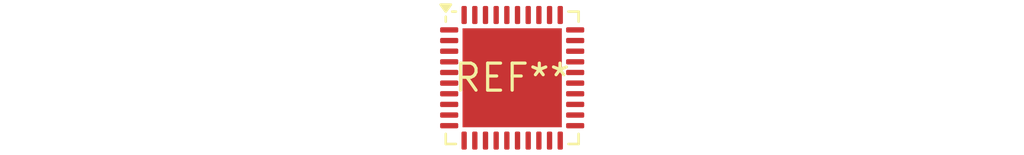
<source format=kicad_pcb>
(kicad_pcb (version 20240108) (generator pcbnew)
  (layers (0 "F.Cu" signal) (31 "B.Cu" signal) (34 "B.Paste" user) (35 "F.Paste" user) (36 "B.SilkS" user "B.Silkscreen") (37 "F.SilkS" user "F.Silkscreen") (38 "B.Mask" user) (39 "F.Mask" user) (44 "Edge.Cuts" user))
  (net 0 "")
  (footprint "LFCSP-40-1EP_6x6mm_P0.5mm_EP4.65x4.65mm" (layer "F.Cu") (at 0 0)
    (property "Reference" "REF**")
    (property "Value" "LFCSP-40-1EP_6x6mm_P0.5mm_EP4.65x4.65mm")
    (fp_line (start -3.11 -2.635) (end -3.11 -2.87) (layer "F.SilkS") (stroke (width 0.12)))
    (fp_line (start -3.11 3.11) (end -3.11 2.635) (layer "F.SilkS") (stroke (width 0.12)))
    (fp_line (start -2.635 -3.11) (end -2.81 -3.11) (layer "F.SilkS") (stroke (width 0.12)))
    (fp_line (start -2.635 3.11) (end -3.11 3.11) (layer "F.SilkS") (stroke (width 0.12)))
    (fp_line (start 2.635 -3.11) (end 3.11 -3.11) (layer "F.SilkS") (stroke (width 0.12)))
    (fp_line (start 2.635 3.11) (end 3.11 3.11) (layer "F.SilkS") (stroke (width 0.12)))
    (fp_line (start 3.11 -3.11) (end 3.11 -2.635) (layer "F.SilkS") (stroke (width 0.12)))
    (fp_line (start 3.11 3.11) (end 3.11 2.635) (layer "F.SilkS") (stroke (width 0.12)))
    (fp_poly (pts (xy -3.11 -3.11) (xy -3.35 -3.44) (xy -2.87 -3.44) (xy -3.11 -3.11)) (layer "F.SilkS") (stroke (width 0.12)) (fill solid))
    (pad "1" smd roundrect (at -2.95 -2.25) (size 0.85 0.25) (layers "F.Cu" "F.Paste" "F.Mask"))
    (pad "2" smd roundrect (at -2.95 -1.75) (size 0.85 0.25) (layers "F.Cu" "F.Paste" "F.Mask"))
    (pad "3" smd roundrect (at -2.95 -1.25) (size 0.85 0.25) (layers "F.Cu" "F.Paste" "F.Mask"))
    (pad "4" smd roundrect (at -2.95 -0.75) (size 0.85 0.25) (layers "F.Cu" "F.Paste" "F.Mask"))
    (pad "5" smd roundrect (at -2.95 -0.25) (size 0.85 0.25) (layers "F.Cu" "F.Paste" "F.Mask"))
    (pad "6" smd roundrect (at -2.95 0.25) (size 0.85 0.25) (layers "F.Cu" "F.Paste" "F.Mask"))
    (pad "7" smd roundrect (at -2.95 0.75) (size 0.85 0.25) (layers "F.Cu" "F.Paste" "F.Mask"))
    (pad "8" smd roundrect (at -2.95 1.25) (size 0.85 0.25) (layers "F.Cu" "F.Paste" "F.Mask"))
    (pad "9" smd roundrect (at -2.95 1.75) (size 0.85 0.25) (layers "F.Cu" "F.Paste" "F.Mask"))
    (pad "10" smd roundrect (at -2.95 2.25) (size 0.85 0.25) (layers "F.Cu" "F.Paste" "F.Mask"))
    (pad "11" smd roundrect (at -2.25 2.95) (size 0.25 0.85) (layers "F.Cu" "F.Paste" "F.Mask"))
    (pad "12" smd roundrect (at -1.75 2.95) (size 0.25 0.85) (layers "F.Cu" "F.Paste" "F.Mask"))
    (pad "13" smd roundrect (at -1.25 2.95) (size 0.25 0.85) (layers "F.Cu" "F.Paste" "F.Mask"))
    (pad "14" smd roundrect (at -0.75 2.95) (size 0.25 0.85) (layers "F.Cu" "F.Paste" "F.Mask"))
    (pad "15" smd roundrect (at -0.25 2.95) (size 0.25 0.85) (layers "F.Cu" "F.Paste" "F.Mask"))
    (pad "16" smd roundrect (at 0.25 2.95) (size 0.25 0.85) (layers "F.Cu" "F.Paste" "F.Mask"))
    (pad "17" smd roundrect (at 0.75 2.95) (size 0.25 0.85) (layers "F.Cu" "F.Paste" "F.Mask"))
    (pad "18" smd roundrect (at 1.25 2.95) (size 0.25 0.85) (layers "F.Cu" "F.Paste" "F.Mask"))
    (pad "19" smd roundrect (at 1.75 2.95) (size 0.25 0.85) (layers "F.Cu" "F.Paste" "F.Mask"))
    (pad "20" smd roundrect (at 2.25 2.95) (size 0.25 0.85) (layers "F.Cu" "F.Paste" "F.Mask"))
    (pad "21" smd roundrect (at 2.95 2.25) (size 0.85 0.25) (layers "F.Cu" "F.Paste" "F.Mask"))
    (pad "22" smd roundrect (at 2.95 1.75) (size 0.85 0.25) (layers "F.Cu" "F.Paste" "F.Mask"))
    (pad "23" smd roundrect (at 2.95 1.25) (size 0.85 0.25) (layers "F.Cu" "F.Paste" "F.Mask"))
    (pad "24" smd roundrect (at 2.95 0.75) (size 0.85 0.25) (layers "F.Cu" "F.Paste" "F.Mask"))
    (pad "25" smd roundrect (at 2.95 0.25) (size 0.85 0.25) (layers "F.Cu" "F.Paste" "F.Mask"))
    (pad "26" smd roundrect (at 2.95 -0.25) (size 0.85 0.25) (layers "F.Cu" "F.Paste" "F.Mask"))
    (pad "27" smd roundrect (at 2.95 -0.75) (size 0.85 0.25) (layers "F.Cu" "F.Paste" "F.Mask"))
    (pad "28" smd roundrect (at 2.95 -1.25) (size 0.85 0.25) (layers "F.Cu" "F.Paste" "F.Mask"))
    (pad "29" smd roundrect (at 2.95 -1.75) (size 0.85 0.25) (layers "F.Cu" "F.Paste" "F.Mask"))
    (pad "30" smd roundrect (at 2.95 -2.25) (size 0.85 0.25) (layers "F.Cu" "F.Paste" "F.Mask"))
    (pad "31" smd roundrect (at 2.25 -2.95) (size 0.25 0.85) (layers "F.Cu" "F.Paste" "F.Mask"))
    (pad "32" smd roundrect (at 1.75 -2.95) (size 0.25 0.85) (layers "F.Cu" "F.Paste" "F.Mask"))
    (pad "33" smd roundrect (at 1.25 -2.95) (size 0.25 0.85) (layers "F.Cu" "F.Paste" "F.Mask"))
    (pad "34" smd roundrect (at 0.75 -2.95) (size 0.25 0.85) (layers "F.Cu" "F.Paste" "F.Mask"))
    (pad "35" smd roundrect (at 0.25 -2.95) (size 0.25 0.85) (layers "F.Cu" "F.Paste" "F.Mask"))
    (pad "36" smd roundrect (at -0.25 -2.95) (size 0.25 0.85) (layers "F.Cu" "F.Paste" "F.Mask"))
    (pad "37" smd roundrect (at -0.75 -2.95) (size 0.25 0.85) (layers "F.Cu" "F.Paste" "F.Mask"))
    (pad "38" smd roundrect (at -1.25 -2.95) (size 0.25 0.85) (layers "F.Cu" "F.Paste" "F.Mask"))
    (pad "39" smd roundrect (at -1.75 -2.95) (size 0.25 0.85) (layers "F.Cu" "F.Paste" "F.Mask"))
    (pad "40" smd roundrect (at -2.25 -2.95) (size 0.25 0.85) (layers "F.Cu" "F.Paste" "F.Mask"))
    (pad "41" smd rect (at 0 0) (size 4.65 4.65) (property pad_prop_heatsink) (layers "F.Cu" "F.Mask"))
  )
)
</source>
